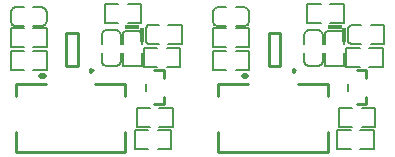
<source format=gto>
G04 Layer_Color=65535*
%FSLAX25Y25*%
%MOIN*%
G70*
G01*
G75*
%ADD10C,0.01000*%
%ADD21C,0.00787*%
%ADD22C,0.01969*%
%ADD23C,0.00984*%
%ADD24R,0.01181X0.04724*%
%ADD25R,0.04724X0.01181*%
D10*
X264499Y214752D02*
Y218752D01*
X274500D01*
X291003D02*
X301004D01*
Y214752D02*
Y218752D01*
X264499Y196251D02*
Y202751D01*
X301004Y196251D02*
Y202751D01*
X264499Y196251D02*
X301004D01*
X281283Y224740D02*
Y235763D01*
X285220Y224740D02*
Y235763D01*
X281283D02*
X285220D01*
X281283Y224740D02*
X285220D01*
X313811Y220901D02*
Y223499D01*
X310602D02*
X313811D01*
X310602Y212003D02*
X313811D01*
Y214602D01*
Y212003D02*
Y214602D01*
Y212003D02*
Y214602D01*
X331932Y214752D02*
Y218752D01*
X341932D01*
X358436D02*
X368436D01*
Y214752D02*
Y218752D01*
X331932Y196251D02*
Y202751D01*
X368436Y196251D02*
Y202751D01*
X331932Y196251D02*
X368436D01*
X348715Y224740D02*
Y235763D01*
X352652Y224740D02*
Y235763D01*
X348715D02*
X352652D01*
X348715Y224740D02*
X352652D01*
X381243Y220901D02*
Y223499D01*
X378034D02*
X381243D01*
X378034Y212003D02*
X381243D01*
Y214602D01*
Y212003D02*
Y214602D01*
Y212003D02*
Y214602D01*
D21*
X274795Y242787D02*
X274334Y243900D01*
X273220Y244362D01*
X273220Y238141D02*
X274334Y238602D01*
X274795Y239716D01*
X262708Y239716D02*
X263170Y238602D01*
X264283Y238141D01*
Y244362D02*
X263170Y243900D01*
X262708Y242787D01*
X294716Y236795D02*
X293602Y236334D01*
X293141Y235220D01*
X299362Y235220D02*
X298901Y236334D01*
X297787Y236795D01*
X297787Y224708D02*
X298901Y225169D01*
X299362Y226283D01*
X293141D02*
X293602Y225169D01*
X294716Y224708D01*
X264283Y244362D02*
X267177D01*
X274795Y239716D02*
Y242787D01*
X262708Y239716D02*
Y242787D01*
X270326Y244362D02*
X273220D01*
X270326Y238141D02*
X273220D01*
X264283Y238141D02*
X267177D01*
X293141Y226283D02*
Y229177D01*
X294716Y236795D02*
X297787D01*
X294716Y224708D02*
X297787D01*
X293141Y232326D02*
Y235220D01*
X299362Y232326D02*
Y235220D01*
X299362Y226283D02*
Y229177D01*
X270326Y231141D02*
X274795D01*
X262708D02*
Y237362D01*
X274795Y231141D02*
Y237362D01*
X262708Y231141D02*
X267177D01*
X270326Y237362D02*
X274795D01*
X262708D02*
X267177D01*
X270326Y223641D02*
X274795D01*
X262708D02*
Y229862D01*
X274795Y223641D02*
Y229862D01*
X262708Y223641D02*
X267177D01*
X270326Y229862D02*
X274795D01*
X262708D02*
X267177D01*
X304708Y210862D02*
X309177D01*
X316795Y204641D02*
Y210862D01*
X304708Y204641D02*
Y210862D01*
X312326D02*
X316795D01*
X304708Y204641D02*
X309177D01*
X312326D02*
X316795D01*
X307708Y216570D02*
Y218933D01*
X304208Y203362D02*
X308677D01*
X316295Y197141D02*
Y203362D01*
X304208Y197141D02*
Y203362D01*
X311826D02*
X316295D01*
X304208Y197141D02*
X308677D01*
X311826D02*
X316295D01*
X294208Y245362D02*
X298677D01*
X306295Y239141D02*
Y245362D01*
X294208Y239141D02*
Y245362D01*
X301826D02*
X306295D01*
X294208Y239141D02*
X298677D01*
X301826D02*
X306295D01*
X315326Y232141D02*
X319795D01*
X308633D02*
X312177D01*
X315326Y238362D02*
X319795D01*
X307846Y232901D02*
Y237602D01*
X319795Y232141D02*
Y238362D01*
X308633D02*
X312177D01*
X307846Y237602D02*
X308633Y238362D01*
X307846Y232901D02*
X308633Y232141D01*
X300141Y224708D02*
Y229177D01*
Y232326D02*
Y235870D01*
X306362Y224708D02*
Y229177D01*
X300901Y236657D02*
X305602D01*
X300141Y224708D02*
X306362D01*
Y232326D02*
Y235870D01*
X305602Y236657D02*
X306362Y235870D01*
X300141D02*
X300901Y236657D01*
X314826Y224641D02*
X319295D01*
X307208D02*
Y230862D01*
X319295Y224641D02*
Y230862D01*
X307208Y224641D02*
X311677D01*
X314826Y230862D02*
X319295D01*
X307208D02*
X311677D01*
X342227Y242787D02*
X341766Y243900D01*
X340652Y244362D01*
X340652Y238141D02*
X341766Y238602D01*
X342227Y239716D01*
X330140Y239716D02*
X330602Y238602D01*
X331715Y238141D01*
Y244362D02*
X330602Y243900D01*
X330140Y242787D01*
X362148Y236795D02*
X361035Y236334D01*
X360573Y235220D01*
X366794Y235220D02*
X366333Y236334D01*
X365219Y236795D01*
X365219Y224708D02*
X366333Y225169D01*
X366794Y226283D01*
X360573D02*
X361035Y225169D01*
X362148Y224708D01*
X331715Y244362D02*
X334609D01*
X342227Y239716D02*
Y242787D01*
X330140Y239716D02*
Y242787D01*
X337758Y244362D02*
X340652D01*
X337758Y238141D02*
X340652D01*
X331715Y238141D02*
X334609D01*
X360573Y226283D02*
Y229177D01*
X362148Y236795D02*
X365219D01*
X362148Y224708D02*
X365219D01*
X360573Y232326D02*
Y235220D01*
X366794Y232326D02*
Y235220D01*
X366794Y226283D02*
Y229177D01*
X337758Y231141D02*
X342227D01*
X330140D02*
Y237362D01*
X342227Y231141D02*
Y237362D01*
X330140Y231141D02*
X334609D01*
X337758Y237362D02*
X342227D01*
X330140D02*
X334609D01*
X337758Y223641D02*
X342227D01*
X330140D02*
Y229862D01*
X342227Y223641D02*
Y229862D01*
X330140Y223641D02*
X334609D01*
X337758Y229862D02*
X342227D01*
X330140D02*
X334609D01*
X372140Y210862D02*
X376609D01*
X384227Y204641D02*
Y210862D01*
X372140Y204641D02*
Y210862D01*
X379758D02*
X384227D01*
X372140Y204641D02*
X376609D01*
X379758D02*
X384227D01*
X375140Y216570D02*
Y218933D01*
X371640Y203362D02*
X376109D01*
X383727Y197141D02*
Y203362D01*
X371640Y197141D02*
Y203362D01*
X379258D02*
X383727D01*
X371640Y197141D02*
X376109D01*
X379258D02*
X383727D01*
X361640Y245362D02*
X366109D01*
X373727Y239141D02*
Y245362D01*
X361640Y239141D02*
Y245362D01*
X369258D02*
X373727D01*
X361640Y239141D02*
X366109D01*
X369258D02*
X373727D01*
X382758Y232141D02*
X387227D01*
X376065D02*
X379609D01*
X382758Y238362D02*
X387227D01*
X375278Y232901D02*
Y237602D01*
X387227Y232141D02*
Y238362D01*
X376065D02*
X379609D01*
X375278Y237602D02*
X376065Y238362D01*
X375278Y232901D02*
X376065Y232141D01*
X367573Y224708D02*
Y229177D01*
Y232326D02*
Y235870D01*
X373794Y224708D02*
Y229177D01*
X368333Y236657D02*
X373034D01*
X367573Y224708D02*
X373794D01*
Y232326D02*
Y235870D01*
X373034Y236657D02*
X373794Y235870D01*
X367573D02*
X368333Y236657D01*
X382258Y224641D02*
X386727D01*
X374640D02*
Y230862D01*
X386727Y224641D02*
Y230862D01*
X374640Y224641D02*
X379109D01*
X382258Y230862D02*
X386727D01*
X374640D02*
X379109D01*
D22*
X273740Y221389D02*
X272952D01*
X273740D01*
X341172D02*
X340384D01*
X341172D01*
D23*
X290043Y223362D02*
X289305Y223788D01*
Y222936D01*
X290043Y223362D01*
X357475D02*
X356737Y223788D01*
Y222936D01*
X357475Y223362D01*
D24*
X306567Y235251D02*
D03*
X373999D02*
D03*
D25*
X303252Y237936D02*
D03*
X370684D02*
D03*
M02*

</source>
